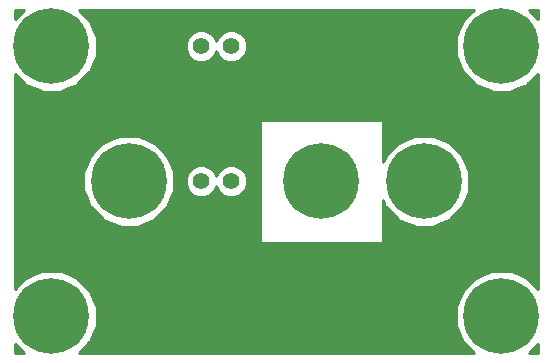
<source format=gbl>
G04 #@! TF.FileFunction,Copper,L2,Bot,Signal*
%FSLAX46Y46*%
G04 Gerber Fmt 4.6, Leading zero omitted, Abs format (unit mm)*
G04 Created by KiCad (PCBNEW 4.0.4+e1-6308~48~ubuntu15.10.1-stable) date Fri Feb 24 14:21:57 2017*
%MOMM*%
%LPD*%
G01*
G04 APERTURE LIST*
%ADD10C,0.100000*%
%ADD11C,1.400000*%
%ADD12C,6.400000*%
%ADD13C,0.254000*%
G04 APERTURE END LIST*
D10*
D11*
X112395000Y-92075000D03*
X114935000Y-92075000D03*
X112395000Y-80645000D03*
X114935000Y-80645000D03*
D12*
X99695000Y-80645000D03*
X99695000Y-103505000D03*
X137795000Y-80645000D03*
X137795000Y-103505000D03*
X106245000Y-92075000D03*
X131245000Y-92075000D03*
X122555000Y-92075000D03*
D13*
G36*
X140895000Y-106605000D02*
X140117832Y-106605000D01*
X140895000Y-105829188D01*
X140895000Y-106605000D01*
X140895000Y-106605000D01*
G37*
X140895000Y-106605000D02*
X140117832Y-106605000D01*
X140895000Y-105829188D01*
X140895000Y-106605000D01*
G36*
X134583026Y-78432591D02*
X134558657Y-78450640D01*
X134554076Y-78461490D01*
X134545741Y-78469811D01*
X134257533Y-79163893D01*
X133965264Y-79856171D01*
X133965184Y-79867947D01*
X133960667Y-79878825D01*
X133960011Y-80630352D01*
X133954913Y-81381793D01*
X133959346Y-81392705D01*
X133959336Y-81404482D01*
X134246304Y-82098998D01*
X134529181Y-82795246D01*
X134541778Y-82814099D01*
X134541950Y-82814515D01*
X134542271Y-82814836D01*
X134558657Y-82839360D01*
X134589714Y-82862363D01*
X135582591Y-83856974D01*
X135600640Y-83881343D01*
X135611490Y-83885924D01*
X135619811Y-83894259D01*
X136313893Y-84182467D01*
X137006171Y-84474736D01*
X137017947Y-84474816D01*
X137028825Y-84479333D01*
X137780352Y-84479989D01*
X138531793Y-84485087D01*
X138542705Y-84480654D01*
X138554482Y-84480664D01*
X139248998Y-84193696D01*
X139945246Y-83910819D01*
X139964099Y-83898222D01*
X139964515Y-83898050D01*
X139964836Y-83897729D01*
X139989360Y-83881343D01*
X140012363Y-83850286D01*
X140895000Y-82969188D01*
X140895000Y-101182168D01*
X140007409Y-100293026D01*
X139989360Y-100268657D01*
X139978510Y-100264076D01*
X139970189Y-100255741D01*
X139276107Y-99967533D01*
X138583829Y-99675264D01*
X138572053Y-99675184D01*
X138561175Y-99670667D01*
X137809648Y-99670011D01*
X137058207Y-99664913D01*
X137047295Y-99669346D01*
X137035518Y-99669336D01*
X136341002Y-99956304D01*
X135644754Y-100239181D01*
X135625901Y-100251778D01*
X135625485Y-100251950D01*
X135625164Y-100252271D01*
X135600640Y-100268657D01*
X135577637Y-100299714D01*
X134583026Y-101292591D01*
X134558657Y-101310640D01*
X134554076Y-101321490D01*
X134545741Y-101329811D01*
X134257533Y-102023893D01*
X133965264Y-102716171D01*
X133965184Y-102727947D01*
X133960667Y-102738825D01*
X133960011Y-103490352D01*
X133954913Y-104241793D01*
X133959346Y-104252705D01*
X133959336Y-104264482D01*
X134246304Y-104958998D01*
X134529181Y-105655246D01*
X134541778Y-105674099D01*
X134541950Y-105674515D01*
X134542271Y-105674836D01*
X134558657Y-105699360D01*
X134589714Y-105722363D01*
X135470812Y-106605000D01*
X102017832Y-106605000D01*
X102906974Y-105717409D01*
X102931343Y-105699360D01*
X102935924Y-105688510D01*
X102944259Y-105680189D01*
X103232467Y-104986107D01*
X103524736Y-104293829D01*
X103524816Y-104282053D01*
X103529333Y-104271175D01*
X103529989Y-103519648D01*
X103535087Y-102768207D01*
X103530654Y-102757295D01*
X103530664Y-102745518D01*
X103243696Y-102051002D01*
X102960819Y-101354754D01*
X102948222Y-101335901D01*
X102948050Y-101335485D01*
X102947729Y-101335164D01*
X102931343Y-101310640D01*
X102900286Y-101287637D01*
X101907409Y-100293026D01*
X101889360Y-100268657D01*
X101878510Y-100264076D01*
X101870189Y-100255741D01*
X101176107Y-99967533D01*
X100483829Y-99675264D01*
X100472053Y-99675184D01*
X100461175Y-99670667D01*
X99709648Y-99670011D01*
X98958207Y-99664913D01*
X98947295Y-99669346D01*
X98935518Y-99669336D01*
X98241002Y-99956304D01*
X97544754Y-100239181D01*
X97525901Y-100251778D01*
X97525485Y-100251950D01*
X97525164Y-100252271D01*
X97500640Y-100268657D01*
X97477637Y-100299714D01*
X96595000Y-101180812D01*
X96595000Y-92811793D01*
X102404913Y-92811793D01*
X102409346Y-92822705D01*
X102409336Y-92834482D01*
X102696304Y-93528998D01*
X102979181Y-94225246D01*
X102991778Y-94244099D01*
X102991950Y-94244515D01*
X102992271Y-94244836D01*
X103008657Y-94269360D01*
X103039714Y-94292363D01*
X104032591Y-95286974D01*
X104050640Y-95311343D01*
X104061490Y-95315924D01*
X104069811Y-95324259D01*
X104763893Y-95612467D01*
X105456171Y-95904736D01*
X105467947Y-95904816D01*
X105478825Y-95909333D01*
X106230352Y-95909989D01*
X106981793Y-95915087D01*
X106992705Y-95910654D01*
X107004482Y-95910664D01*
X107698998Y-95623696D01*
X108395246Y-95340819D01*
X108414099Y-95328222D01*
X108414515Y-95328050D01*
X108414836Y-95327729D01*
X108439360Y-95311343D01*
X108462363Y-95280286D01*
X109456974Y-94287409D01*
X109481343Y-94269360D01*
X109485924Y-94258510D01*
X109494259Y-94250189D01*
X109782467Y-93556107D01*
X110074736Y-92863829D01*
X110074816Y-92852053D01*
X110079333Y-92841175D01*
X110079771Y-92339383D01*
X111059769Y-92339383D01*
X111262582Y-92830229D01*
X111637796Y-93206098D01*
X112128287Y-93409768D01*
X112659383Y-93410231D01*
X113150229Y-93207418D01*
X113526098Y-92832204D01*
X113665091Y-92497473D01*
X113802582Y-92830229D01*
X114177796Y-93206098D01*
X114668287Y-93409768D01*
X115199383Y-93410231D01*
X115690229Y-93207418D01*
X116066098Y-92832204D01*
X116269768Y-92341713D01*
X116270231Y-91810617D01*
X116067418Y-91319771D01*
X115692204Y-90943902D01*
X115201713Y-90740232D01*
X114670617Y-90739769D01*
X114179771Y-90942582D01*
X113803902Y-91317796D01*
X113664909Y-91652527D01*
X113527418Y-91319771D01*
X113152204Y-90943902D01*
X112661713Y-90740232D01*
X112130617Y-90739769D01*
X111639771Y-90942582D01*
X111263902Y-91317796D01*
X111060232Y-91808287D01*
X111059769Y-92339383D01*
X110079771Y-92339383D01*
X110079989Y-92089648D01*
X110085087Y-91338207D01*
X110080654Y-91327295D01*
X110080664Y-91315518D01*
X109793696Y-90621002D01*
X109510819Y-89924754D01*
X109498222Y-89905901D01*
X109498050Y-89905485D01*
X109497729Y-89905164D01*
X109481343Y-89880640D01*
X109450286Y-89857637D01*
X108457409Y-88863026D01*
X108439360Y-88838657D01*
X108428510Y-88834076D01*
X108420189Y-88825741D01*
X107726107Y-88537533D01*
X107033829Y-88245264D01*
X107022053Y-88245184D01*
X107011175Y-88240667D01*
X106259648Y-88240011D01*
X105508207Y-88234913D01*
X105497295Y-88239346D01*
X105485518Y-88239336D01*
X104791002Y-88526304D01*
X104094754Y-88809181D01*
X104075901Y-88821778D01*
X104075485Y-88821950D01*
X104075164Y-88822271D01*
X104050640Y-88838657D01*
X104027637Y-88869714D01*
X103033026Y-89862591D01*
X103008657Y-89880640D01*
X103004076Y-89891490D01*
X102995741Y-89899811D01*
X102707533Y-90593893D01*
X102415264Y-91286171D01*
X102415184Y-91297947D01*
X102410667Y-91308825D01*
X102410011Y-92060352D01*
X102404913Y-92811793D01*
X96595000Y-92811793D01*
X96595000Y-86995000D01*
X117348000Y-86995000D01*
X117348000Y-97155000D01*
X117356685Y-97201159D01*
X117383965Y-97243553D01*
X117425590Y-97271994D01*
X117475000Y-97282000D01*
X127635000Y-97282000D01*
X127681159Y-97273315D01*
X127723553Y-97246035D01*
X127751994Y-97204410D01*
X127762000Y-97155000D01*
X127762000Y-93690696D01*
X127979181Y-94225246D01*
X127991778Y-94244099D01*
X127991950Y-94244515D01*
X127992271Y-94244836D01*
X128008657Y-94269360D01*
X128039714Y-94292363D01*
X129032591Y-95286974D01*
X129050640Y-95311343D01*
X129061490Y-95315924D01*
X129069811Y-95324259D01*
X129763893Y-95612467D01*
X130456171Y-95904736D01*
X130467947Y-95904816D01*
X130478825Y-95909333D01*
X131230352Y-95909989D01*
X131981793Y-95915087D01*
X131992705Y-95910654D01*
X132004482Y-95910664D01*
X132698998Y-95623696D01*
X133395246Y-95340819D01*
X133414099Y-95328222D01*
X133414515Y-95328050D01*
X133414836Y-95327729D01*
X133439360Y-95311343D01*
X133462363Y-95280286D01*
X134456974Y-94287409D01*
X134481343Y-94269360D01*
X134485924Y-94258510D01*
X134494259Y-94250189D01*
X134782467Y-93556107D01*
X135074736Y-92863829D01*
X135074816Y-92852053D01*
X135079333Y-92841175D01*
X135079989Y-92089648D01*
X135085087Y-91338207D01*
X135080654Y-91327295D01*
X135080664Y-91315518D01*
X134793696Y-90621002D01*
X134510819Y-89924754D01*
X134498222Y-89905901D01*
X134498050Y-89905485D01*
X134497729Y-89905164D01*
X134481343Y-89880640D01*
X134450286Y-89857637D01*
X133457409Y-88863026D01*
X133439360Y-88838657D01*
X133428510Y-88834076D01*
X133420189Y-88825741D01*
X132726107Y-88537533D01*
X132033829Y-88245264D01*
X132022053Y-88245184D01*
X132011175Y-88240667D01*
X131259648Y-88240011D01*
X130508207Y-88234913D01*
X130497295Y-88239346D01*
X130485518Y-88239336D01*
X129791002Y-88526304D01*
X129094754Y-88809181D01*
X129075901Y-88821778D01*
X129075485Y-88821950D01*
X129075164Y-88822271D01*
X129050640Y-88838657D01*
X129027637Y-88869714D01*
X128033026Y-89862591D01*
X128008657Y-89880640D01*
X128004076Y-89891490D01*
X127995741Y-89899811D01*
X127762000Y-90462722D01*
X127762000Y-86995000D01*
X127753315Y-86948841D01*
X127726035Y-86906447D01*
X127684410Y-86878006D01*
X127635000Y-86868000D01*
X117475000Y-86868000D01*
X117428841Y-86876685D01*
X117386447Y-86903965D01*
X117358006Y-86945590D01*
X117348000Y-86995000D01*
X96595000Y-86995000D01*
X96595000Y-82967832D01*
X97482591Y-83856974D01*
X97500640Y-83881343D01*
X97511490Y-83885924D01*
X97519811Y-83894259D01*
X98213893Y-84182467D01*
X98906171Y-84474736D01*
X98917947Y-84474816D01*
X98928825Y-84479333D01*
X99680352Y-84479989D01*
X100431793Y-84485087D01*
X100442705Y-84480654D01*
X100454482Y-84480664D01*
X101148998Y-84193696D01*
X101845246Y-83910819D01*
X101864099Y-83898222D01*
X101864515Y-83898050D01*
X101864836Y-83897729D01*
X101889360Y-83881343D01*
X101912363Y-83850286D01*
X102906974Y-82857409D01*
X102931343Y-82839360D01*
X102935924Y-82828510D01*
X102944259Y-82820189D01*
X103232467Y-82126107D01*
X103524736Y-81433829D01*
X103524816Y-81422053D01*
X103529333Y-81411175D01*
X103529771Y-80909383D01*
X111059769Y-80909383D01*
X111262582Y-81400229D01*
X111637796Y-81776098D01*
X112128287Y-81979768D01*
X112659383Y-81980231D01*
X113150229Y-81777418D01*
X113526098Y-81402204D01*
X113665091Y-81067473D01*
X113802582Y-81400229D01*
X114177796Y-81776098D01*
X114668287Y-81979768D01*
X115199383Y-81980231D01*
X115690229Y-81777418D01*
X116066098Y-81402204D01*
X116269768Y-80911713D01*
X116270231Y-80380617D01*
X116067418Y-79889771D01*
X115692204Y-79513902D01*
X115201713Y-79310232D01*
X114670617Y-79309769D01*
X114179771Y-79512582D01*
X113803902Y-79887796D01*
X113664909Y-80222527D01*
X113527418Y-79889771D01*
X113152204Y-79513902D01*
X112661713Y-79310232D01*
X112130617Y-79309769D01*
X111639771Y-79512582D01*
X111263902Y-79887796D01*
X111060232Y-80378287D01*
X111059769Y-80909383D01*
X103529771Y-80909383D01*
X103529989Y-80659648D01*
X103535087Y-79908207D01*
X103530654Y-79897295D01*
X103530664Y-79885518D01*
X103243696Y-79191002D01*
X102960819Y-78494754D01*
X102948222Y-78475901D01*
X102948050Y-78475485D01*
X102947729Y-78475164D01*
X102931343Y-78450640D01*
X102900286Y-78427637D01*
X102019188Y-77545000D01*
X135472168Y-77545000D01*
X134583026Y-78432591D01*
X134583026Y-78432591D01*
G37*
X134583026Y-78432591D02*
X134558657Y-78450640D01*
X134554076Y-78461490D01*
X134545741Y-78469811D01*
X134257533Y-79163893D01*
X133965264Y-79856171D01*
X133965184Y-79867947D01*
X133960667Y-79878825D01*
X133960011Y-80630352D01*
X133954913Y-81381793D01*
X133959346Y-81392705D01*
X133959336Y-81404482D01*
X134246304Y-82098998D01*
X134529181Y-82795246D01*
X134541778Y-82814099D01*
X134541950Y-82814515D01*
X134542271Y-82814836D01*
X134558657Y-82839360D01*
X134589714Y-82862363D01*
X135582591Y-83856974D01*
X135600640Y-83881343D01*
X135611490Y-83885924D01*
X135619811Y-83894259D01*
X136313893Y-84182467D01*
X137006171Y-84474736D01*
X137017947Y-84474816D01*
X137028825Y-84479333D01*
X137780352Y-84479989D01*
X138531793Y-84485087D01*
X138542705Y-84480654D01*
X138554482Y-84480664D01*
X139248998Y-84193696D01*
X139945246Y-83910819D01*
X139964099Y-83898222D01*
X139964515Y-83898050D01*
X139964836Y-83897729D01*
X139989360Y-83881343D01*
X140012363Y-83850286D01*
X140895000Y-82969188D01*
X140895000Y-101182168D01*
X140007409Y-100293026D01*
X139989360Y-100268657D01*
X139978510Y-100264076D01*
X139970189Y-100255741D01*
X139276107Y-99967533D01*
X138583829Y-99675264D01*
X138572053Y-99675184D01*
X138561175Y-99670667D01*
X137809648Y-99670011D01*
X137058207Y-99664913D01*
X137047295Y-99669346D01*
X137035518Y-99669336D01*
X136341002Y-99956304D01*
X135644754Y-100239181D01*
X135625901Y-100251778D01*
X135625485Y-100251950D01*
X135625164Y-100252271D01*
X135600640Y-100268657D01*
X135577637Y-100299714D01*
X134583026Y-101292591D01*
X134558657Y-101310640D01*
X134554076Y-101321490D01*
X134545741Y-101329811D01*
X134257533Y-102023893D01*
X133965264Y-102716171D01*
X133965184Y-102727947D01*
X133960667Y-102738825D01*
X133960011Y-103490352D01*
X133954913Y-104241793D01*
X133959346Y-104252705D01*
X133959336Y-104264482D01*
X134246304Y-104958998D01*
X134529181Y-105655246D01*
X134541778Y-105674099D01*
X134541950Y-105674515D01*
X134542271Y-105674836D01*
X134558657Y-105699360D01*
X134589714Y-105722363D01*
X135470812Y-106605000D01*
X102017832Y-106605000D01*
X102906974Y-105717409D01*
X102931343Y-105699360D01*
X102935924Y-105688510D01*
X102944259Y-105680189D01*
X103232467Y-104986107D01*
X103524736Y-104293829D01*
X103524816Y-104282053D01*
X103529333Y-104271175D01*
X103529989Y-103519648D01*
X103535087Y-102768207D01*
X103530654Y-102757295D01*
X103530664Y-102745518D01*
X103243696Y-102051002D01*
X102960819Y-101354754D01*
X102948222Y-101335901D01*
X102948050Y-101335485D01*
X102947729Y-101335164D01*
X102931343Y-101310640D01*
X102900286Y-101287637D01*
X101907409Y-100293026D01*
X101889360Y-100268657D01*
X101878510Y-100264076D01*
X101870189Y-100255741D01*
X101176107Y-99967533D01*
X100483829Y-99675264D01*
X100472053Y-99675184D01*
X100461175Y-99670667D01*
X99709648Y-99670011D01*
X98958207Y-99664913D01*
X98947295Y-99669346D01*
X98935518Y-99669336D01*
X98241002Y-99956304D01*
X97544754Y-100239181D01*
X97525901Y-100251778D01*
X97525485Y-100251950D01*
X97525164Y-100252271D01*
X97500640Y-100268657D01*
X97477637Y-100299714D01*
X96595000Y-101180812D01*
X96595000Y-92811793D01*
X102404913Y-92811793D01*
X102409346Y-92822705D01*
X102409336Y-92834482D01*
X102696304Y-93528998D01*
X102979181Y-94225246D01*
X102991778Y-94244099D01*
X102991950Y-94244515D01*
X102992271Y-94244836D01*
X103008657Y-94269360D01*
X103039714Y-94292363D01*
X104032591Y-95286974D01*
X104050640Y-95311343D01*
X104061490Y-95315924D01*
X104069811Y-95324259D01*
X104763893Y-95612467D01*
X105456171Y-95904736D01*
X105467947Y-95904816D01*
X105478825Y-95909333D01*
X106230352Y-95909989D01*
X106981793Y-95915087D01*
X106992705Y-95910654D01*
X107004482Y-95910664D01*
X107698998Y-95623696D01*
X108395246Y-95340819D01*
X108414099Y-95328222D01*
X108414515Y-95328050D01*
X108414836Y-95327729D01*
X108439360Y-95311343D01*
X108462363Y-95280286D01*
X109456974Y-94287409D01*
X109481343Y-94269360D01*
X109485924Y-94258510D01*
X109494259Y-94250189D01*
X109782467Y-93556107D01*
X110074736Y-92863829D01*
X110074816Y-92852053D01*
X110079333Y-92841175D01*
X110079771Y-92339383D01*
X111059769Y-92339383D01*
X111262582Y-92830229D01*
X111637796Y-93206098D01*
X112128287Y-93409768D01*
X112659383Y-93410231D01*
X113150229Y-93207418D01*
X113526098Y-92832204D01*
X113665091Y-92497473D01*
X113802582Y-92830229D01*
X114177796Y-93206098D01*
X114668287Y-93409768D01*
X115199383Y-93410231D01*
X115690229Y-93207418D01*
X116066098Y-92832204D01*
X116269768Y-92341713D01*
X116270231Y-91810617D01*
X116067418Y-91319771D01*
X115692204Y-90943902D01*
X115201713Y-90740232D01*
X114670617Y-90739769D01*
X114179771Y-90942582D01*
X113803902Y-91317796D01*
X113664909Y-91652527D01*
X113527418Y-91319771D01*
X113152204Y-90943902D01*
X112661713Y-90740232D01*
X112130617Y-90739769D01*
X111639771Y-90942582D01*
X111263902Y-91317796D01*
X111060232Y-91808287D01*
X111059769Y-92339383D01*
X110079771Y-92339383D01*
X110079989Y-92089648D01*
X110085087Y-91338207D01*
X110080654Y-91327295D01*
X110080664Y-91315518D01*
X109793696Y-90621002D01*
X109510819Y-89924754D01*
X109498222Y-89905901D01*
X109498050Y-89905485D01*
X109497729Y-89905164D01*
X109481343Y-89880640D01*
X109450286Y-89857637D01*
X108457409Y-88863026D01*
X108439360Y-88838657D01*
X108428510Y-88834076D01*
X108420189Y-88825741D01*
X107726107Y-88537533D01*
X107033829Y-88245264D01*
X107022053Y-88245184D01*
X107011175Y-88240667D01*
X106259648Y-88240011D01*
X105508207Y-88234913D01*
X105497295Y-88239346D01*
X105485518Y-88239336D01*
X104791002Y-88526304D01*
X104094754Y-88809181D01*
X104075901Y-88821778D01*
X104075485Y-88821950D01*
X104075164Y-88822271D01*
X104050640Y-88838657D01*
X104027637Y-88869714D01*
X103033026Y-89862591D01*
X103008657Y-89880640D01*
X103004076Y-89891490D01*
X102995741Y-89899811D01*
X102707533Y-90593893D01*
X102415264Y-91286171D01*
X102415184Y-91297947D01*
X102410667Y-91308825D01*
X102410011Y-92060352D01*
X102404913Y-92811793D01*
X96595000Y-92811793D01*
X96595000Y-86995000D01*
X117348000Y-86995000D01*
X117348000Y-97155000D01*
X117356685Y-97201159D01*
X117383965Y-97243553D01*
X117425590Y-97271994D01*
X117475000Y-97282000D01*
X127635000Y-97282000D01*
X127681159Y-97273315D01*
X127723553Y-97246035D01*
X127751994Y-97204410D01*
X127762000Y-97155000D01*
X127762000Y-93690696D01*
X127979181Y-94225246D01*
X127991778Y-94244099D01*
X127991950Y-94244515D01*
X127992271Y-94244836D01*
X128008657Y-94269360D01*
X128039714Y-94292363D01*
X129032591Y-95286974D01*
X129050640Y-95311343D01*
X129061490Y-95315924D01*
X129069811Y-95324259D01*
X129763893Y-95612467D01*
X130456171Y-95904736D01*
X130467947Y-95904816D01*
X130478825Y-95909333D01*
X131230352Y-95909989D01*
X131981793Y-95915087D01*
X131992705Y-95910654D01*
X132004482Y-95910664D01*
X132698998Y-95623696D01*
X133395246Y-95340819D01*
X133414099Y-95328222D01*
X133414515Y-95328050D01*
X133414836Y-95327729D01*
X133439360Y-95311343D01*
X133462363Y-95280286D01*
X134456974Y-94287409D01*
X134481343Y-94269360D01*
X134485924Y-94258510D01*
X134494259Y-94250189D01*
X134782467Y-93556107D01*
X135074736Y-92863829D01*
X135074816Y-92852053D01*
X135079333Y-92841175D01*
X135079989Y-92089648D01*
X135085087Y-91338207D01*
X135080654Y-91327295D01*
X135080664Y-91315518D01*
X134793696Y-90621002D01*
X134510819Y-89924754D01*
X134498222Y-89905901D01*
X134498050Y-89905485D01*
X134497729Y-89905164D01*
X134481343Y-89880640D01*
X134450286Y-89857637D01*
X133457409Y-88863026D01*
X133439360Y-88838657D01*
X133428510Y-88834076D01*
X133420189Y-88825741D01*
X132726107Y-88537533D01*
X132033829Y-88245264D01*
X132022053Y-88245184D01*
X132011175Y-88240667D01*
X131259648Y-88240011D01*
X130508207Y-88234913D01*
X130497295Y-88239346D01*
X130485518Y-88239336D01*
X129791002Y-88526304D01*
X129094754Y-88809181D01*
X129075901Y-88821778D01*
X129075485Y-88821950D01*
X129075164Y-88822271D01*
X129050640Y-88838657D01*
X129027637Y-88869714D01*
X128033026Y-89862591D01*
X128008657Y-89880640D01*
X128004076Y-89891490D01*
X127995741Y-89899811D01*
X127762000Y-90462722D01*
X127762000Y-86995000D01*
X127753315Y-86948841D01*
X127726035Y-86906447D01*
X127684410Y-86878006D01*
X127635000Y-86868000D01*
X117475000Y-86868000D01*
X117428841Y-86876685D01*
X117386447Y-86903965D01*
X117358006Y-86945590D01*
X117348000Y-86995000D01*
X96595000Y-86995000D01*
X96595000Y-82967832D01*
X97482591Y-83856974D01*
X97500640Y-83881343D01*
X97511490Y-83885924D01*
X97519811Y-83894259D01*
X98213893Y-84182467D01*
X98906171Y-84474736D01*
X98917947Y-84474816D01*
X98928825Y-84479333D01*
X99680352Y-84479989D01*
X100431793Y-84485087D01*
X100442705Y-84480654D01*
X100454482Y-84480664D01*
X101148998Y-84193696D01*
X101845246Y-83910819D01*
X101864099Y-83898222D01*
X101864515Y-83898050D01*
X101864836Y-83897729D01*
X101889360Y-83881343D01*
X101912363Y-83850286D01*
X102906974Y-82857409D01*
X102931343Y-82839360D01*
X102935924Y-82828510D01*
X102944259Y-82820189D01*
X103232467Y-82126107D01*
X103524736Y-81433829D01*
X103524816Y-81422053D01*
X103529333Y-81411175D01*
X103529771Y-80909383D01*
X111059769Y-80909383D01*
X111262582Y-81400229D01*
X111637796Y-81776098D01*
X112128287Y-81979768D01*
X112659383Y-81980231D01*
X113150229Y-81777418D01*
X113526098Y-81402204D01*
X113665091Y-81067473D01*
X113802582Y-81400229D01*
X114177796Y-81776098D01*
X114668287Y-81979768D01*
X115199383Y-81980231D01*
X115690229Y-81777418D01*
X116066098Y-81402204D01*
X116269768Y-80911713D01*
X116270231Y-80380617D01*
X116067418Y-79889771D01*
X115692204Y-79513902D01*
X115201713Y-79310232D01*
X114670617Y-79309769D01*
X114179771Y-79512582D01*
X113803902Y-79887796D01*
X113664909Y-80222527D01*
X113527418Y-79889771D01*
X113152204Y-79513902D01*
X112661713Y-79310232D01*
X112130617Y-79309769D01*
X111639771Y-79512582D01*
X111263902Y-79887796D01*
X111060232Y-80378287D01*
X111059769Y-80909383D01*
X103529771Y-80909383D01*
X103529989Y-80659648D01*
X103535087Y-79908207D01*
X103530654Y-79897295D01*
X103530664Y-79885518D01*
X103243696Y-79191002D01*
X102960819Y-78494754D01*
X102948222Y-78475901D01*
X102948050Y-78475485D01*
X102947729Y-78475164D01*
X102931343Y-78450640D01*
X102900286Y-78427637D01*
X102019188Y-77545000D01*
X135472168Y-77545000D01*
X134583026Y-78432591D01*
G36*
X97370812Y-106605000D02*
X96595000Y-106605000D01*
X96595000Y-105827832D01*
X97370812Y-106605000D01*
X97370812Y-106605000D01*
G37*
X97370812Y-106605000D02*
X96595000Y-106605000D01*
X96595000Y-105827832D01*
X97370812Y-106605000D01*
G36*
X140895000Y-78322168D02*
X140119188Y-77545000D01*
X140895000Y-77545000D01*
X140895000Y-78322168D01*
X140895000Y-78322168D01*
G37*
X140895000Y-78322168D02*
X140119188Y-77545000D01*
X140895000Y-77545000D01*
X140895000Y-78322168D01*
G36*
X96595000Y-78320812D02*
X96595000Y-77545000D01*
X97372168Y-77545000D01*
X96595000Y-78320812D01*
X96595000Y-78320812D01*
G37*
X96595000Y-78320812D02*
X96595000Y-77545000D01*
X97372168Y-77545000D01*
X96595000Y-78320812D01*
M02*

</source>
